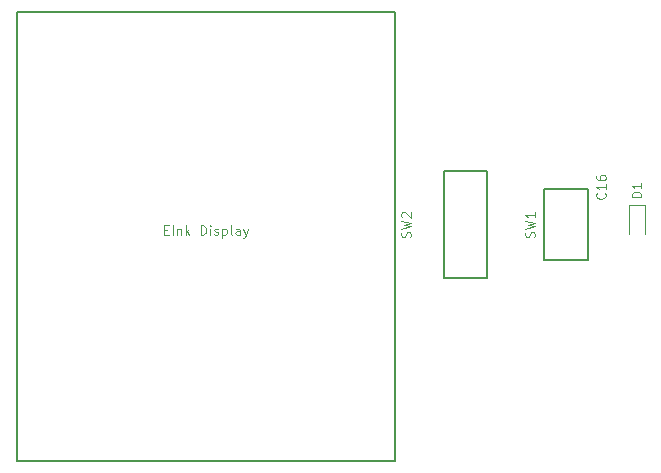
<source format=gto>
G04 #@! TF.GenerationSoftware,KiCad,Pcbnew,5.1.5-52549c5~84~ubuntu18.04.1*
G04 #@! TF.CreationDate,2020-03-10T18:12:46+05:30*
G04 #@! TF.ProjectId,scale_hx711,7363616c-655f-4687-9837-31312e6b6963,rev?*
G04 #@! TF.SameCoordinates,Original*
G04 #@! TF.FileFunction,Legend,Top*
G04 #@! TF.FilePolarity,Positive*
%FSLAX46Y46*%
G04 Gerber Fmt 4.6, Leading zero omitted, Abs format (unit mm)*
G04 Created by KiCad (PCBNEW 5.1.5-52549c5~84~ubuntu18.04.1) date 2020-03-10 18:12:46*
%MOMM*%
%LPD*%
G04 APERTURE LIST*
%ADD10C,0.150000*%
%ADD11C,0.120000*%
G04 APERTURE END LIST*
D10*
X15500000Y-12000000D02*
X15500000Y-50000000D01*
X47500000Y-50000000D02*
X47500000Y-12000000D01*
X47500000Y-50000000D02*
X15500000Y-50000000D01*
X47500000Y-12000000D02*
X15500000Y-12000000D01*
D11*
X68685000Y-30800000D02*
X68685000Y-28315000D01*
X68685000Y-28315000D02*
X67315000Y-28315000D01*
X67315000Y-28315000D02*
X67315000Y-30800000D01*
D10*
X63850000Y-33000000D02*
X63850000Y-27000000D01*
X60150000Y-33000000D02*
X60150000Y-27000000D01*
X60150000Y-33000000D02*
X63850000Y-33000000D01*
X63850000Y-27000000D02*
X60150000Y-27000000D01*
X55350000Y-34500000D02*
X55350000Y-25500000D01*
X51650000Y-34500000D02*
X51650000Y-25500000D01*
X51650000Y-34500000D02*
X55350000Y-34500000D01*
X55350000Y-25500000D02*
X51650000Y-25500000D01*
D11*
X27995238Y-30442857D02*
X28261904Y-30442857D01*
X28376190Y-30861904D02*
X27995238Y-30861904D01*
X27995238Y-30061904D01*
X28376190Y-30061904D01*
X28719047Y-30861904D02*
X28719047Y-30061904D01*
X29100000Y-30328571D02*
X29100000Y-30861904D01*
X29100000Y-30404761D02*
X29138095Y-30366666D01*
X29214285Y-30328571D01*
X29328571Y-30328571D01*
X29404761Y-30366666D01*
X29442857Y-30442857D01*
X29442857Y-30861904D01*
X29823809Y-30861904D02*
X29823809Y-30061904D01*
X29900000Y-30557142D02*
X30128571Y-30861904D01*
X30128571Y-30328571D02*
X29823809Y-30633333D01*
X31080952Y-30861904D02*
X31080952Y-30061904D01*
X31271428Y-30061904D01*
X31385714Y-30100000D01*
X31461904Y-30176190D01*
X31500000Y-30252380D01*
X31538095Y-30404761D01*
X31538095Y-30519047D01*
X31500000Y-30671428D01*
X31461904Y-30747619D01*
X31385714Y-30823809D01*
X31271428Y-30861904D01*
X31080952Y-30861904D01*
X31880952Y-30861904D02*
X31880952Y-30328571D01*
X31880952Y-30061904D02*
X31842857Y-30100000D01*
X31880952Y-30138095D01*
X31919047Y-30100000D01*
X31880952Y-30061904D01*
X31880952Y-30138095D01*
X32223809Y-30823809D02*
X32300000Y-30861904D01*
X32452380Y-30861904D01*
X32528571Y-30823809D01*
X32566666Y-30747619D01*
X32566666Y-30709523D01*
X32528571Y-30633333D01*
X32452380Y-30595238D01*
X32338095Y-30595238D01*
X32261904Y-30557142D01*
X32223809Y-30480952D01*
X32223809Y-30442857D01*
X32261904Y-30366666D01*
X32338095Y-30328571D01*
X32452380Y-30328571D01*
X32528571Y-30366666D01*
X32909523Y-30328571D02*
X32909523Y-31128571D01*
X32909523Y-30366666D02*
X32985714Y-30328571D01*
X33138095Y-30328571D01*
X33214285Y-30366666D01*
X33252380Y-30404761D01*
X33290476Y-30480952D01*
X33290476Y-30709523D01*
X33252380Y-30785714D01*
X33214285Y-30823809D01*
X33138095Y-30861904D01*
X32985714Y-30861904D01*
X32909523Y-30823809D01*
X33747619Y-30861904D02*
X33671428Y-30823809D01*
X33633333Y-30747619D01*
X33633333Y-30061904D01*
X34395238Y-30861904D02*
X34395238Y-30442857D01*
X34357142Y-30366666D01*
X34280952Y-30328571D01*
X34128571Y-30328571D01*
X34052380Y-30366666D01*
X34395238Y-30823809D02*
X34319047Y-30861904D01*
X34128571Y-30861904D01*
X34052380Y-30823809D01*
X34014285Y-30747619D01*
X34014285Y-30671428D01*
X34052380Y-30595238D01*
X34128571Y-30557142D01*
X34319047Y-30557142D01*
X34395238Y-30519047D01*
X34700000Y-30328571D02*
X34890476Y-30861904D01*
X35080952Y-30328571D02*
X34890476Y-30861904D01*
X34814285Y-31052380D01*
X34776190Y-31090476D01*
X34700000Y-31128571D01*
X65285714Y-27314285D02*
X65323809Y-27352380D01*
X65361904Y-27466666D01*
X65361904Y-27542857D01*
X65323809Y-27657142D01*
X65247619Y-27733333D01*
X65171428Y-27771428D01*
X65019047Y-27809523D01*
X64904761Y-27809523D01*
X64752380Y-27771428D01*
X64676190Y-27733333D01*
X64600000Y-27657142D01*
X64561904Y-27542857D01*
X64561904Y-27466666D01*
X64600000Y-27352380D01*
X64638095Y-27314285D01*
X65361904Y-26552380D02*
X65361904Y-27009523D01*
X65361904Y-26780952D02*
X64561904Y-26780952D01*
X64676190Y-26857142D01*
X64752380Y-26933333D01*
X64790476Y-27009523D01*
X64561904Y-25866666D02*
X64561904Y-26019047D01*
X64600000Y-26095238D01*
X64638095Y-26133333D01*
X64752380Y-26209523D01*
X64904761Y-26247619D01*
X65209523Y-26247619D01*
X65285714Y-26209523D01*
X65323809Y-26171428D01*
X65361904Y-26095238D01*
X65361904Y-25942857D01*
X65323809Y-25866666D01*
X65285714Y-25828571D01*
X65209523Y-25790476D01*
X65019047Y-25790476D01*
X64942857Y-25828571D01*
X64904761Y-25866666D01*
X64866666Y-25942857D01*
X64866666Y-26095238D01*
X64904761Y-26171428D01*
X64942857Y-26209523D01*
X65019047Y-26247619D01*
X68361904Y-27690476D02*
X67561904Y-27690476D01*
X67561904Y-27500000D01*
X67600000Y-27385714D01*
X67676190Y-27309523D01*
X67752380Y-27271428D01*
X67904761Y-27233333D01*
X68019047Y-27233333D01*
X68171428Y-27271428D01*
X68247619Y-27309523D01*
X68323809Y-27385714D01*
X68361904Y-27500000D01*
X68361904Y-27690476D01*
X68361904Y-26471428D02*
X68361904Y-26928571D01*
X68361904Y-26700000D02*
X67561904Y-26700000D01*
X67676190Y-26776190D01*
X67752380Y-26852380D01*
X67790476Y-26928571D01*
X59323809Y-31066666D02*
X59361904Y-30952380D01*
X59361904Y-30761904D01*
X59323809Y-30685714D01*
X59285714Y-30647619D01*
X59209523Y-30609523D01*
X59133333Y-30609523D01*
X59057142Y-30647619D01*
X59019047Y-30685714D01*
X58980952Y-30761904D01*
X58942857Y-30914285D01*
X58904761Y-30990476D01*
X58866666Y-31028571D01*
X58790476Y-31066666D01*
X58714285Y-31066666D01*
X58638095Y-31028571D01*
X58600000Y-30990476D01*
X58561904Y-30914285D01*
X58561904Y-30723809D01*
X58600000Y-30609523D01*
X58561904Y-30342857D02*
X59361904Y-30152380D01*
X58790476Y-30000000D01*
X59361904Y-29847619D01*
X58561904Y-29657142D01*
X59361904Y-28933333D02*
X59361904Y-29390476D01*
X59361904Y-29161904D02*
X58561904Y-29161904D01*
X58676190Y-29238095D01*
X58752380Y-29314285D01*
X58790476Y-29390476D01*
X48823809Y-31066666D02*
X48861904Y-30952380D01*
X48861904Y-30761904D01*
X48823809Y-30685714D01*
X48785714Y-30647619D01*
X48709523Y-30609523D01*
X48633333Y-30609523D01*
X48557142Y-30647619D01*
X48519047Y-30685714D01*
X48480952Y-30761904D01*
X48442857Y-30914285D01*
X48404761Y-30990476D01*
X48366666Y-31028571D01*
X48290476Y-31066666D01*
X48214285Y-31066666D01*
X48138095Y-31028571D01*
X48100000Y-30990476D01*
X48061904Y-30914285D01*
X48061904Y-30723809D01*
X48100000Y-30609523D01*
X48061904Y-30342857D02*
X48861904Y-30152380D01*
X48290476Y-30000000D01*
X48861904Y-29847619D01*
X48061904Y-29657142D01*
X48138095Y-29390476D02*
X48100000Y-29352380D01*
X48061904Y-29276190D01*
X48061904Y-29085714D01*
X48100000Y-29009523D01*
X48138095Y-28971428D01*
X48214285Y-28933333D01*
X48290476Y-28933333D01*
X48404761Y-28971428D01*
X48861904Y-29428571D01*
X48861904Y-28933333D01*
M02*

</source>
